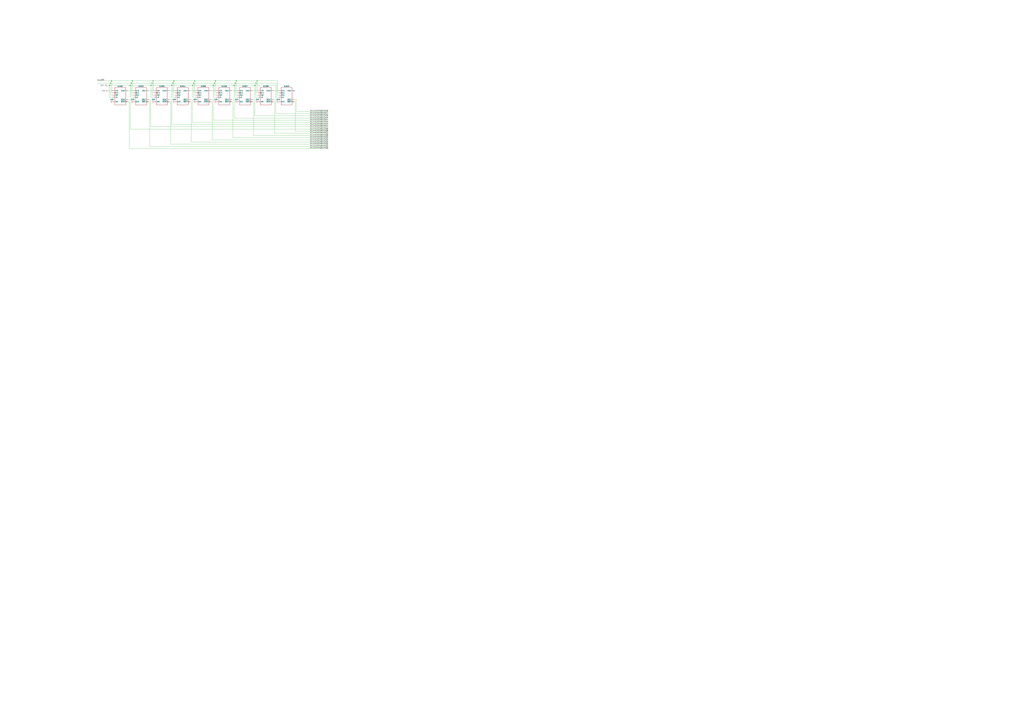
<source format=kicad_sch>
(kicad_sch (version 20231120) (generator "eeschema") (generator_version "8.0")
  (paper "A0")
  (title_block (title "V9958") (rev "WIP") (company "IKA Microelectronics Inc."))
  (lib_symbols
    (symbol "Raki_ASIC_cells:VY_CONSTCNTR1"
      (property "Value" "VY_CONSTCNTR1" (at 0 13.97 0))
      (symbol "VY_CONSTCNTR1_0_1"
        (rectangle (start -6.35 11.43) (end 6.35 -8.89) (stroke (width 0.254)))
      )
      (symbol "VY_CONSTCNTR1_1_1"
        (pin input line (at -8.89 7.62 0) (length 2.54) (name "CIN") (number ""))
        (pin input clock (at -8.89 5.08 0) (length 2.54) (name "CLK") (number ""))
        (pin output line (at 8.89 7.62 180) (length 2.54) (name "COUT") (number ""))
        (pin input line (at -8.89 -5.08 0) (length 2.54) (name "DIN") (number ""))
        (pin output line (at 8.89 -2.54 180) (length 2.54) (name "DOUT") (number ""))
        (pin input line (at -8.89 0 0) (length 2.54) (name "LD") (number ""))
        (pin input line (at -8.89 2.54 0) (length 2.54) (name "RST") (number ""))
        (pin output inverted (at 8.89 -5.08 180) (length 2.54) (name "~{DOUT}") (number ""))
      )
    )
    (symbol "power:GND" (power) (pin_numbers hide) (pin_names (offset 0) hide)
      (property "Value" "GND" (at 0 -3.81 0))
      (symbol "GND_0_1"
        (polyline (pts (xy 0 0) (xy 0 -1.27) (xy 1.27 -1.27) (xy 0 -2.54) (xy -1.27 -1.27) (xy 0 -1.27)))
      )
      (symbol "GND_1_1"
        (pin power_in line (at 0 0 270) (length 0) (name "~") (number "1"))
      )
    )
    (symbol "power:VDD" (power) (pin_numbers hide) (pin_names (offset 0) hide)
      (property "Value" "VDD" (at 0 3.556 0))
      (symbol "VDD_0_1"
        (polyline (pts (xy -0.762 1.27) (xy 0 2.54)))
        (polyline (pts (xy 0 0) (xy 0 2.54)))
        (polyline (pts (xy 0 2.54) (xy 0.762 1.27)))
      )
      (symbol "VDD_1_1"
        (pin power_in line (at 0 0 90) (length 0) (name "~") (number "1"))
      )
    )
  )
  (junction (at 298.45 93.98))
  (junction (at 297.18 96.52))
  (junction (at 273.05 96.52))
  (junction (at 175.26 99.06))
  (junction (at 199.39 99.06))
  (junction (at 153.67 93.98))
  (junction (at 248.92 96.52))
  (junction (at 176.53 96.52))
  (junction (at 271.78 99.06))
  (junction (at 223.52 99.06))
  (junction (at 250.19 93.98))
  (junction (at 151.13 99.06))
  (junction (at 226.06 93.98))
  (junction (at 247.65 99.06))
  (junction (at 201.93 93.98))
  (junction (at 127 99.06))
  (junction (at 177.8 93.98))
  (junction (at 200.66 96.52))
  (junction (at 274.32 93.98))
  (junction (at 129.54 93.98))
  (junction (at 224.79 96.52))
  (junction (at 295.91 99.06))
  (junction (at 152.4 96.52))
  (junction (at 128.27 96.52))
  (no_connect (at 341.63 105.41))
  (wire (pts (xy 297.18 96.52) (xy 321.31 96.52)))
  (wire (pts (xy 201.93 93.98) (xy 177.8 93.98)))
  (wire (pts (xy 250.19 107.95) (xy 250.19 93.98)))
  (wire (pts (xy 381 137.16) (xy 271.78 137.16)))
  (wire (pts (xy 293.37 105.41) (xy 299.72 105.41)))
  (wire (pts (xy 201.93 107.95) (xy 203.2 107.95)))
  (wire (pts (xy 297.18 96.52) (xy 297.18 110.49)))
  (wire (pts (xy 227.33 110.49) (xy 224.79 110.49)))
  (wire (pts (xy 153.67 107.95) (xy 154.94 107.95)))
  (wire (pts (xy 223.52 99.06) (xy 247.65 99.06)))
  (wire (pts (xy 251.46 113.03) (xy 247.65 113.03)))
  (wire (pts (xy 152.4 96.52) (xy 152.4 110.49)))
  (wire (pts (xy 148.59 105.41) (xy 154.94 105.41)))
  (wire (pts (xy 299.72 110.49) (xy 297.18 110.49)))
  (wire (pts (xy 175.26 147.32) (xy 381 147.32)))
  (wire (pts (xy 198.12 167.64) (xy 198.12 118.11)))
  (wire (pts (xy 317.5 118.11) (xy 318.77 118.11)))
  (wire (pts (xy 199.39 115.57) (xy 199.39 144.78)))
  (wire (pts (xy 381 172.72) (xy 149.86 172.72)))
  (wire (pts (xy 128.27 96.52) (xy 152.4 96.52)))
  (wire (pts (xy 323.85 110.49) (xy 321.31 110.49)))
  (wire (pts (xy 251.46 110.49) (xy 248.92 110.49)))
  (wire (pts (xy 245.11 115.57) (xy 247.65 115.57)))
  (wire (pts (xy 201.93 93.98) (xy 226.06 93.98)))
  (wire (pts (xy 271.78 99.06) (xy 295.91 99.06)))
  (wire (pts (xy 222.25 165.1) (xy 381 165.1)))
  (wire (pts (xy 203.2 113.03) (xy 199.39 113.03)))
  (wire (pts (xy 317.5 105.41) (xy 323.85 105.41)))
  (wire (pts (xy 176.53 96.52) (xy 176.53 110.49)))
  (wire (pts (xy 299.72 113.03) (xy 295.91 113.03)))
  (wire (pts (xy 153.67 107.95) (xy 153.67 93.98)))
  (wire (pts (xy 269.24 118.11) (xy 270.51 118.11)))
  (wire (pts (xy 172.72 105.41) (xy 179.07 105.41)))
  (wire (pts (xy 196.85 105.41) (xy 203.2 105.41)))
  (wire (pts (xy 173.99 118.11) (xy 173.99 170.18)))
  (wire (pts (xy 172.72 118.11) (xy 173.99 118.11)))
  (wire (pts (xy 294.64 118.11) (xy 293.37 118.11)))
  (wire (pts (xy 199.39 144.78) (xy 381 144.78)))
  (wire (pts (xy 274.32 107.95) (xy 274.32 93.98)))
  (wire (pts (xy 247.65 115.57) (xy 247.65 139.7)))
  (wire (pts (xy 226.06 107.95) (xy 227.33 107.95)))
  (wire (pts (xy 381 157.48) (xy 294.64 157.48)))
  (wire (pts (xy 148.59 115.57) (xy 151.13 115.57)))
  (wire (pts (xy 151.13 149.86) (xy 381 149.86)))
  (wire (pts (xy 275.59 113.03) (xy 271.78 113.03)))
  (wire (pts (xy 321.31 96.52) (xy 321.31 110.49)))
  (wire (pts (xy 220.98 115.57) (xy 223.52 115.57)))
  (wire (pts (xy 113.03 96.52) (xy 128.27 96.52)))
  (wire (pts (xy 323.85 113.03) (xy 320.04 113.03)))
  (wire (pts (xy 129.54 93.98) (xy 129.54 107.95)))
  (wire (pts (xy 130.81 113.03) (xy 127 113.03)))
  (wire (pts (xy 270.51 160.02) (xy 381 160.02)))
  (wire (pts (xy 318.77 154.94) (xy 381 154.94)))
  (wire (pts (xy 129.54 107.95) (xy 130.81 107.95)))
  (wire (pts (xy 113.03 93.98) (xy 129.54 93.98)))
  (wire (pts (xy 226.06 107.95) (xy 226.06 93.98)))
  (wire (pts (xy 295.91 115.57) (xy 295.91 134.62)))
  (wire (pts (xy 381 162.56) (xy 246.38 162.56)))
  (wire (pts (xy 317.5 115.57) (xy 320.04 115.57)))
  (wire (pts (xy 223.52 142.24) (xy 381 142.24)))
  (wire (pts (xy 274.32 107.95) (xy 275.59 107.95)))
  (wire (pts (xy 179.07 113.03) (xy 175.26 113.03)))
  (wire (pts (xy 198.12 118.11) (xy 196.85 118.11)))
  (wire (pts (xy 129.54 93.98) (xy 153.67 93.98)))
  (wire (pts (xy 295.91 134.62) (xy 381 134.62)))
  (wire (pts (xy 177.8 107.95) (xy 177.8 93.98)))
  (wire (pts (xy 250.19 107.95) (xy 251.46 107.95)))
  (wire (pts (xy 298.45 93.98) (xy 322.58 93.98)))
  (wire (pts (xy 320.04 99.06) (xy 320.04 113.03)))
  (wire (pts (xy 127 99.06) (xy 151.13 99.06)))
  (wire (pts (xy 271.78 115.57) (xy 271.78 137.16)))
  (wire (pts (xy 295.91 99.06) (xy 295.91 113.03)))
  (wire (pts (xy 127 99.06) (xy 127 113.03)))
  (wire (pts (xy 250.19 93.98) (xy 274.32 93.98)))
  (wire (pts (xy 295.91 99.06) (xy 320.04 99.06)))
  (wire (pts (xy 269.24 115.57) (xy 271.78 115.57)))
  (wire (pts (xy 298.45 107.95) (xy 299.72 107.95)))
  (wire (pts (xy 203.2 110.49) (xy 200.66 110.49)))
  (wire (pts (xy 220.98 105.41) (xy 227.33 105.41)))
  (wire (pts (xy 273.05 96.52) (xy 297.18 96.52)))
  (wire (pts (xy 222.25 118.11) (xy 222.25 165.1)))
  (wire (pts (xy 173.99 170.18) (xy 381 170.18)))
  (wire (pts (xy 381 167.64) (xy 198.12 167.64)))
  (wire (pts (xy 175.26 99.06) (xy 199.39 99.06)))
  (wire (pts (xy 293.37 115.57) (xy 295.91 115.57)))
  (wire (pts (xy 294.64 157.48) (xy 294.64 118.11)))
  (wire (pts (xy 152.4 96.52) (xy 176.53 96.52)))
  (wire (pts (xy 381 129.54) (xy 344.17 129.54)))
  (wire (pts (xy 298.45 107.95) (xy 298.45 93.98)))
  (wire (pts (xy 220.98 118.11) (xy 222.25 118.11)))
  (wire (pts (xy 151.13 99.06) (xy 151.13 113.03)))
  (wire (pts (xy 154.94 110.49) (xy 152.4 110.49)))
  (wire (pts (xy 341.63 115.57) (xy 344.17 115.57)))
  (wire (pts (xy 200.66 96.52) (xy 200.66 110.49)))
  (wire (pts (xy 269.24 105.41) (xy 275.59 105.41)))
  (wire (pts (xy 130.81 110.49) (xy 128.27 110.49)))
  (wire (pts (xy 224.79 96.52) (xy 248.92 96.52)))
  (wire (pts (xy 246.38 118.11) (xy 245.11 118.11)))
  (wire (pts (xy 322.58 107.95) (xy 322.58 93.98)))
  (wire (pts (xy 275.59 110.49) (xy 273.05 110.49)))
  (wire (pts (xy 177.8 107.95) (xy 179.07 107.95)))
  (wire (pts (xy 248.92 96.52) (xy 273.05 96.52)))
  (wire (pts (xy 247.65 99.06) (xy 271.78 99.06)))
  (wire (pts (xy 199.39 99.06) (xy 223.52 99.06)))
  (wire (pts (xy 381 152.4) (xy 342.9 152.4)))
  (wire (pts (xy 226.06 93.98) (xy 250.19 93.98)))
  (wire (pts (xy 125.73 105.41) (xy 130.81 105.41)))
  (wire (pts (xy 322.58 107.95) (xy 323.85 107.95)))
  (wire (pts (xy 154.94 113.03) (xy 151.13 113.03)))
  (wire (pts (xy 318.77 118.11) (xy 318.77 154.94)))
  (wire (pts (xy 172.72 115.57) (xy 175.26 115.57)))
  (wire (pts (xy 270.51 118.11) (xy 270.51 160.02)))
  (wire (pts (xy 224.79 96.52) (xy 224.79 110.49)))
  (wire (pts (xy 175.26 99.06) (xy 151.13 99.06)))
  (wire (pts (xy 128.27 96.52) (xy 128.27 110.49)))
  (wire (pts (xy 320.04 132.08) (xy 320.04 115.57)))
  (wire (pts (xy 199.39 99.06) (xy 199.39 113.03)))
  (wire (pts (xy 175.26 115.57) (xy 175.26 147.32)))
  (wire (pts (xy 344.17 129.54) (xy 344.17 115.57)))
  (wire (pts (xy 247.65 99.06) (xy 247.65 113.03)))
  (wire (pts (xy 381 132.08) (xy 320.04 132.08)))
  (wire (pts (xy 342.9 152.4) (xy 342.9 118.11)))
  (wire (pts (xy 179.07 110.49) (xy 176.53 110.49)))
  (wire (pts (xy 201.93 107.95) (xy 201.93 93.98)))
  (wire (pts (xy 274.32 93.98) (xy 298.45 93.98)))
  (wire (pts (xy 227.33 113.03) (xy 223.52 113.03)))
  (wire (pts (xy 271.78 99.06) (xy 271.78 113.03)))
  (wire (pts (xy 176.53 96.52) (xy 200.66 96.52)))
  (wire (pts (xy 196.85 115.57) (xy 199.39 115.57)))
  (wire (pts (xy 273.05 96.52) (xy 273.05 110.49)))
  (wire (pts (xy 247.65 139.7) (xy 381 139.7)))
  (wire (pts (xy 342.9 118.11) (xy 341.63 118.11)))
  (wire (pts (xy 175.26 99.06) (xy 175.26 113.03)))
  (wire (pts (xy 151.13 115.57) (xy 151.13 149.86)))
  (wire (pts (xy 124.46 99.06) (xy 127 99.06)))
  (wire (pts (xy 200.66 96.52) (xy 224.79 96.52)))
  (wire (pts (xy 177.8 93.98) (xy 153.67 93.98)))
  (wire (pts (xy 248.92 96.52) (xy 248.92 110.49)))
  (wire (pts (xy 149.86 172.72) (xy 149.86 118.11)))
  (wire (pts (xy 223.52 115.57) (xy 223.52 142.24)))
  (wire (pts (xy 246.38 162.56) (xy 246.38 118.11)))
  (wire (pts (xy 223.52 99.06) (xy 223.52 113.03)))
  (wire (pts (xy 149.86 118.11) (xy 148.59 118.11)))
  (wire (pts (xy 245.11 105.41) (xy 251.46 105.41)))
  (label "CLK.~{phiL}" (at 113.03 93.98 0))
  (label "NET.HVCNTR.BCNTR.~{D_{2}}" (at 381 167.64 180))
  (label "NET.HVCNTR.BCNTR.~{D_{6}}" (at 381 157.48 180))
  (label "NET.HVCNTR.BCNTR.~{D_{0}}" (at 381 172.72 180))
  (label "NET.HVCNTR.BCNTR.D_{3}" (at 381 142.24 180))
  (label "NET.HVCNTR.BCNTR.D_{0}" (at 381 149.86 180))
  (label "NET.HVCNTR.BCNTR.D_{7}" (at 381 132.08 180))
  (label "NET.HVCNTR.BCNTR.~{D_{7}}" (at 381 154.94 180))
  (label "NET.HVCNTR.BCNTR.~{D_{1}}" (at 381 170.18 180))
  (label "NET.HVCNTR.BCNTR.~{D_{8}}" (at 381 152.4 180))
  (label "NET.HVCNTR.BCNTR.~{D_{3}}" (at 381 165.1 180))
  (label "NET.HVCNTR.BCNTR.~{D_{4}}" (at 381 162.56 180))
  (label "NET.HVCNTR.BCNTR.D_{5}" (at 381 137.16 180))
  (label "NET.HVCNTR.BCNTR.D_{4}" (at 381 139.7 180))
  (label "NET.HVCNTR.BCNTR.D_{2}" (at 381 144.78 180))
  (label "NET.HVCNTR.BCNTR.~{D_{5}}" (at 381 160.02 180))
  (label "NET.HVCNTR.BCNTR.D_{8}" (at 381 129.54 180))
  (label "NET.HVCNTR.BCNTR.D_{6}" (at 381 134.62 180))
  (label "NET.HVCNTR.BCNTR.D_{1}" (at 381 147.32 180))
  (symbol (lib_id "power:GND") (at 275.59 118.11 270) (unit 1)
    (property "Reference" "#PWR033" (effects (hide yes)))
    (property "Value" "GND" (at 276.86 115.57 90) (effects (justify right)))
    (property "Description" "Power symbol creates a global label with name \"GND\" , ground" (effects (hide yes)))
  )
  (symbol (lib_id "power:GND") (at 251.46 118.11 270) (unit 1)
    (property "Reference" "#PWR032" (effects (hide yes)))
    (property "Value" "GND" (at 252.73 115.57 90) (effects (justify right)))
    (property "Description" "Power symbol creates a global label with name \"GND\" , ground" (effects (hide yes)))
  )
  (symbol (lib_id "power:GND") (at 130.81 118.11 270) (unit 1)
    (property "Reference" "#PWR027" (effects (hide yes)))
    (property "Value" "GND" (at 132.08 115.57 90) (effects (justify right)))
    (property "Description" "Power symbol creates a global label with name \"GND\" , ground" (effects (hide yes)))
  )
  (symbol (lib_id "power:GND") (at 299.72 118.11 270) (unit 1)
    (property "Reference" "#PWR034" (effects (hide yes)))
    (property "Value" "GND" (at 300.99 115.57 90) (effects (justify right)))
    (property "Description" "Power symbol creates a global label with name \"GND\" , ground" (effects (hide yes)))
  )
  (symbol (lib_name "Raki_ASIC_cells:VY_CONSTCNTR1") (lib_id "Raki_ASIC_cells:VY_CONSTCNTR1") (at 163.83 113.03 0) (unit 1)
    (property "Reference" "U1192" (effects (hide yes)))
    (property "Value" "GC002" (at 163.83 100.33 0))
  )
  (symbol (lib_id "power:VDD") (at 125.73 105.41 90) (unit 1)
    (property "Reference" "#PWR037" (effects (hide yes)))
    (property "Value" "VDD" (at 121.92 105.4099 90) (effects (justify left)))
    (property "Description" "Power symbol creates a global label with name \"VDD\"" (effects (hide yes)))
  )
  (symbol (lib_id "power:GND") (at 323.85 118.11 270) (unit 1)
    (property "Reference" "#PWR035" (effects (hide yes)))
    (property "Value" "GND" (at 325.12 115.57 90) (effects (justify right)))
    (property "Description" "Power symbol creates a global label with name \"GND\" , ground" (effects (hide yes)))
  )
  (symbol (lib_id "power:GND") (at 154.94 118.11 270) (unit 1)
    (property "Reference" "#PWR028" (effects (hide yes)))
    (property "Value" "GND" (at 156.21 115.57 90) (effects (justify right)))
    (property "Description" "Power symbol creates a global label with name \"GND\" , ground" (effects (hide yes)))
  )
  (symbol (lib_name "Raki_ASIC_cells:VY_CONSTCNTR1") (lib_id "Raki_ASIC_cells:VY_CONSTCNTR1") (at 212.09 113.03 0) (unit 1)
    (property "Reference" "U1194" (effects (hide yes)))
    (property "Value" "GC004" (at 212.09 100.33 0))
  )
  (symbol (lib_name "Raki_ASIC_cells:VY_CONSTCNTR1") (lib_id "Raki_ASIC_cells:VY_CONSTCNTR1") (at 332.74 113.03 0) (unit 1)
    (property "Reference" "U1347" (effects (hide yes)))
    (property "Value" "GC009" (at 332.74 100.33 0))
  )
  (symbol (lib_id "power:GND") (at 179.07 118.11 270) (unit 1)
    (property "Reference" "#PWR029" (effects (hide yes)))
    (property "Value" "GND" (at 180.34 115.57 90) (effects (justify right)))
    (property "Description" "Power symbol creates a global label with name \"GND\" , ground" (effects (hide yes)))
  )
  (symbol (lib_name "Raki_ASIC_cells:VY_CONSTCNTR1") (lib_id "Raki_ASIC_cells:VY_CONSTCNTR1") (at 260.35 113.03 0) (unit 1)
    (property "Reference" "U1344" (effects (hide yes)))
    (property "Value" "GC006" (at 260.35 100.33 0))
  )
  (symbol (lib_name "Raki_ASIC_cells:VY_CONSTCNTR1") (lib_id "Raki_ASIC_cells:VY_CONSTCNTR1") (at 284.48 113.03 0) (unit 1)
    (property "Reference" "U1345" (effects (hide yes)))
    (property "Value" "GC007" (at 284.48 100.33 0))
  )
  (symbol (lib_name "Raki_ASIC_cells:VY_CONSTCNTR1") (lib_id "Raki_ASIC_cells:VY_CONSTCNTR1") (at 187.96 113.03 0) (unit 1)
    (property "Reference" "U1193" (effects (hide yes)))
    (property "Value" "GC003" (at 187.96 100.33 0))
  )
  (symbol (lib_id "power:GND") (at 124.46 99.06 270) (unit 1)
    (property "Reference" "#PWR036" (effects (hide yes)))
    (property "Value" "GND" (at 120.65 99.0599 90) (effects (justify right)))
    (property "Description" "Power symbol creates a global label with name \"GND\" , ground" (effects (hide yes)))
  )
  (symbol (lib_name "Raki_ASIC_cells:VY_CONSTCNTR1") (lib_id "Raki_ASIC_cells:VY_CONSTCNTR1") (at 139.7 113.03 0) (unit 1)
    (property "Reference" "U1191" (effects (hide yes)))
    (property "Value" "GC001" (at 139.7 100.33 0))
  )
  (symbol (lib_id "power:GND") (at 227.33 118.11 270) (unit 1)
    (property "Reference" "#PWR031" (effects (hide yes)))
    (property "Value" "GND" (at 228.6 115.57 90) (effects (justify right)))
    (property "Description" "Power symbol creates a global label with name \"GND\" , ground" (effects (hide yes)))
  )
  (symbol (lib_id "power:GND") (at 203.2 118.11 270) (unit 1)
    (property "Reference" "#PWR030" (effects (hide yes)))
    (property "Value" "GND" (at 204.47 115.57 90) (effects (justify right)))
    (property "Description" "Power symbol creates a global label with name \"GND\" , ground" (effects (hide yes)))
  )
  (symbol (lib_name "Raki_ASIC_cells:VY_CONSTCNTR1") (lib_id "Raki_ASIC_cells:VY_CONSTCNTR1") (at 308.61 113.03 0) (unit 1)
    (property "Reference" "U1346" (effects (hide yes)))
    (property "Value" "GC008" (at 308.61 100.33 0))
  )
  (symbol (lib_name "Raki_ASIC_cells:VY_CONSTCNTR1") (lib_id "Raki_ASIC_cells:VY_CONSTCNTR1") (at 236.22 113.03 0) (unit 1)
    (property "Reference" "U1195" (effects (hide yes)))
    (property "Value" "GC005" (at 236.22 100.33 0))
  )
)
</source>
